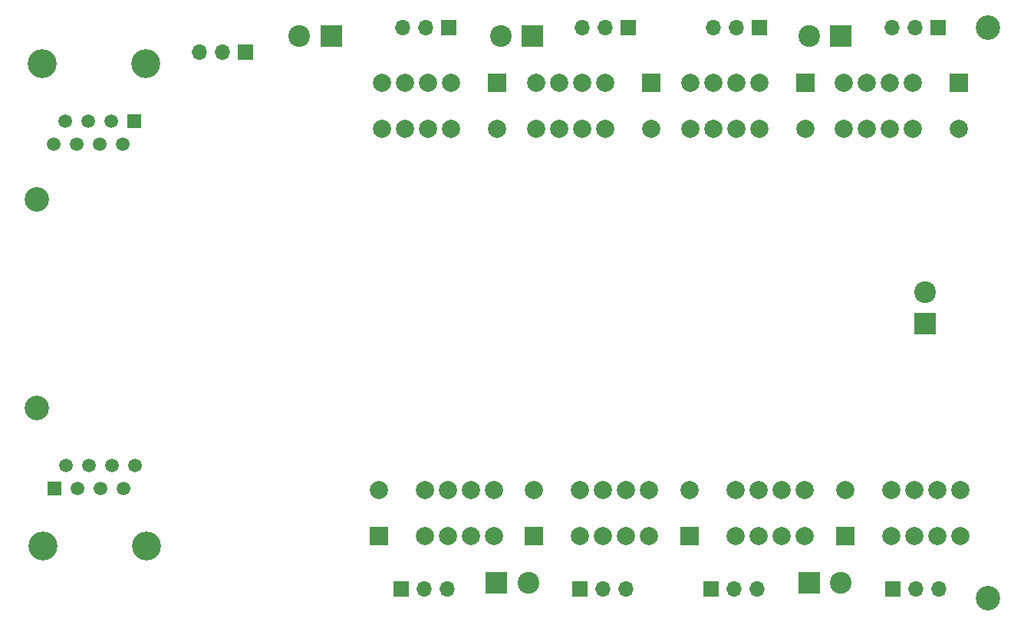
<source format=gbr>
%TF.GenerationSoftware,KiCad,Pcbnew,8.0.4*%
%TF.CreationDate,2024-08-08T00:40:07-04:00*%
%TF.ProjectId,pcb,7063622e-6b69-4636-9164-5f7063625858,1.1*%
%TF.SameCoordinates,Original*%
%TF.FileFunction,Soldermask,Bot*%
%TF.FilePolarity,Negative*%
%FSLAX46Y46*%
G04 Gerber Fmt 4.6, Leading zero omitted, Abs format (unit mm)*
G04 Created by KiCad (PCBNEW 8.0.4) date 2024-08-08 00:40:07*
%MOMM*%
%LPD*%
G01*
G04 APERTURE LIST*
%ADD10C,3.200000*%
%ADD11R,1.500000X1.500000*%
%ADD12C,1.500000*%
%ADD13R,2.400000X2.400000*%
%ADD14C,2.400000*%
%ADD15C,2.700000*%
%ADD16R,1.700000X1.700000*%
%ADD17O,1.700000X1.700000*%
%ADD18R,2.000000X2.000000*%
%ADD19C,2.000000*%
G04 APERTURE END LIST*
D10*
%TO.C,J4*%
X158052500Y-52000000D03*
X146622500Y-52000000D03*
D11*
X156782500Y-58350000D03*
D12*
X155512500Y-60890000D03*
X154242500Y-58350000D03*
X152972500Y-60890000D03*
X151702500Y-58350000D03*
X150432500Y-60890000D03*
X149162500Y-58350000D03*
X147892500Y-60890000D03*
%TD*%
D10*
%TO.C,J3*%
X146730000Y-105250000D03*
X158160000Y-105250000D03*
D11*
X148000000Y-98900000D03*
D12*
X149270000Y-96360000D03*
X150540000Y-98900000D03*
X151810000Y-96360000D03*
X153080000Y-98900000D03*
X154350000Y-96360000D03*
X155620000Y-98900000D03*
X156890000Y-96360000D03*
%TD*%
D13*
%TO.C,J1*%
X178500000Y-48950000D03*
D14*
X175000000Y-48950000D03*
%TD*%
D15*
%TO.C,H4*%
X146000000Y-67000000D03*
%TD*%
%TO.C,H3*%
X146000000Y-90000000D03*
%TD*%
D16*
%TO.C,M7*%
X211275000Y-48000000D03*
D17*
X208735000Y-48000000D03*
X206195000Y-48000000D03*
%TD*%
D16*
%TO.C,M6*%
X225790000Y-48000000D03*
D17*
X223250000Y-48000000D03*
X220710000Y-48000000D03*
%TD*%
D16*
%TO.C,M5*%
X245540000Y-48000000D03*
D17*
X243000000Y-48000000D03*
X240460000Y-48000000D03*
%TD*%
D16*
%TO.C,M4*%
X240475000Y-110000000D03*
D17*
X243015000Y-110000000D03*
X245555000Y-110000000D03*
%TD*%
D16*
%TO.C,M3*%
X220460000Y-110000000D03*
D17*
X223000000Y-110000000D03*
X225540000Y-110000000D03*
%TD*%
D16*
%TO.C,M2*%
X205960000Y-110000000D03*
D17*
X208500000Y-110000000D03*
X211040000Y-110000000D03*
%TD*%
D16*
%TO.C,M1*%
X186210000Y-110000000D03*
D17*
X188750000Y-110000000D03*
X191290000Y-110000000D03*
%TD*%
D13*
%TO.C,J8*%
X200750000Y-48950000D03*
D14*
X197250000Y-48950000D03*
%TD*%
D13*
%TO.C,J7*%
X234750000Y-48950000D03*
D14*
X231250000Y-48950000D03*
%TD*%
D13*
%TO.C,J6*%
X231250000Y-109300000D03*
D14*
X234750000Y-109300000D03*
%TD*%
D13*
%TO.C,J5*%
X196750000Y-109300000D03*
D14*
X200250000Y-109300000D03*
%TD*%
D18*
%TO.C,K4*%
X235292500Y-104157500D03*
D19*
X240372500Y-104157500D03*
X242912500Y-104157500D03*
X245452500Y-104157500D03*
X247992500Y-104157500D03*
X247992500Y-99077500D03*
X245452500Y-99077500D03*
X242912500Y-99077500D03*
X240372500Y-99077500D03*
X235292500Y-99077500D03*
%TD*%
D18*
%TO.C,K3*%
X218042500Y-104157500D03*
D19*
X223122500Y-104157500D03*
X225662500Y-104157500D03*
X228202500Y-104157500D03*
X230742500Y-104157500D03*
X230742500Y-99077500D03*
X228202500Y-99077500D03*
X225662500Y-99077500D03*
X223122500Y-99077500D03*
X218042500Y-99077500D03*
%TD*%
%TO.C,K2*%
X200922500Y-99077500D03*
X206002500Y-99077500D03*
X208542500Y-99077500D03*
X211082500Y-99077500D03*
X213622500Y-99077500D03*
X213622500Y-104157500D03*
X211082500Y-104157500D03*
X208542500Y-104157500D03*
X206002500Y-104157500D03*
D18*
X200922500Y-104157500D03*
%TD*%
%TO.C,K8*%
X196830000Y-54092500D03*
D19*
X191750000Y-54092500D03*
X189210000Y-54092500D03*
X186670000Y-54092500D03*
X184130000Y-54092500D03*
X184130000Y-59172500D03*
X186670000Y-59172500D03*
X189210000Y-59172500D03*
X191750000Y-59172500D03*
X196830000Y-59172500D03*
%TD*%
%TO.C,K6*%
X230830000Y-59172500D03*
X225750000Y-59172500D03*
X223210000Y-59172500D03*
X220670000Y-59172500D03*
X218130000Y-59172500D03*
X218130000Y-54092500D03*
X220670000Y-54092500D03*
X223210000Y-54092500D03*
X225750000Y-54092500D03*
D18*
X230830000Y-54092500D03*
%TD*%
D19*
%TO.C,K5*%
X247830000Y-59172500D03*
X242750000Y-59172500D03*
X240210000Y-59172500D03*
X237670000Y-59172500D03*
X235130000Y-59172500D03*
X235130000Y-54092500D03*
X237670000Y-54092500D03*
X240210000Y-54092500D03*
X242750000Y-54092500D03*
D18*
X247830000Y-54092500D03*
%TD*%
D16*
%TO.C,JP1*%
X169025000Y-50750000D03*
D17*
X166485000Y-50750000D03*
X163945000Y-50750000D03*
%TD*%
D15*
%TO.C,H2*%
X250999996Y-110999996D03*
%TD*%
%TO.C,H1*%
X251000000Y-48000000D03*
%TD*%
D19*
%TO.C,K7*%
X213830000Y-59172500D03*
X208750000Y-59172500D03*
X206210000Y-59172500D03*
X203670000Y-59172500D03*
X201130000Y-59172500D03*
X201130000Y-54092500D03*
X203670000Y-54092500D03*
X206210000Y-54092500D03*
X208750000Y-54092500D03*
D18*
X213830000Y-54092500D03*
%TD*%
%TO.C,K1*%
X183792500Y-104157500D03*
D19*
X188872500Y-104157500D03*
X191412500Y-104157500D03*
X193952500Y-104157500D03*
X196492500Y-104157500D03*
X196492500Y-99077500D03*
X193952500Y-99077500D03*
X191412500Y-99077500D03*
X188872500Y-99077500D03*
X183792500Y-99077500D03*
%TD*%
D13*
%TO.C,J2*%
X244050000Y-80750000D03*
D14*
X244050000Y-77250000D03*
%TD*%
D16*
%TO.C,M8*%
X191525000Y-48000000D03*
D17*
X188985000Y-48000000D03*
X186445000Y-48000000D03*
%TD*%
M02*

</source>
